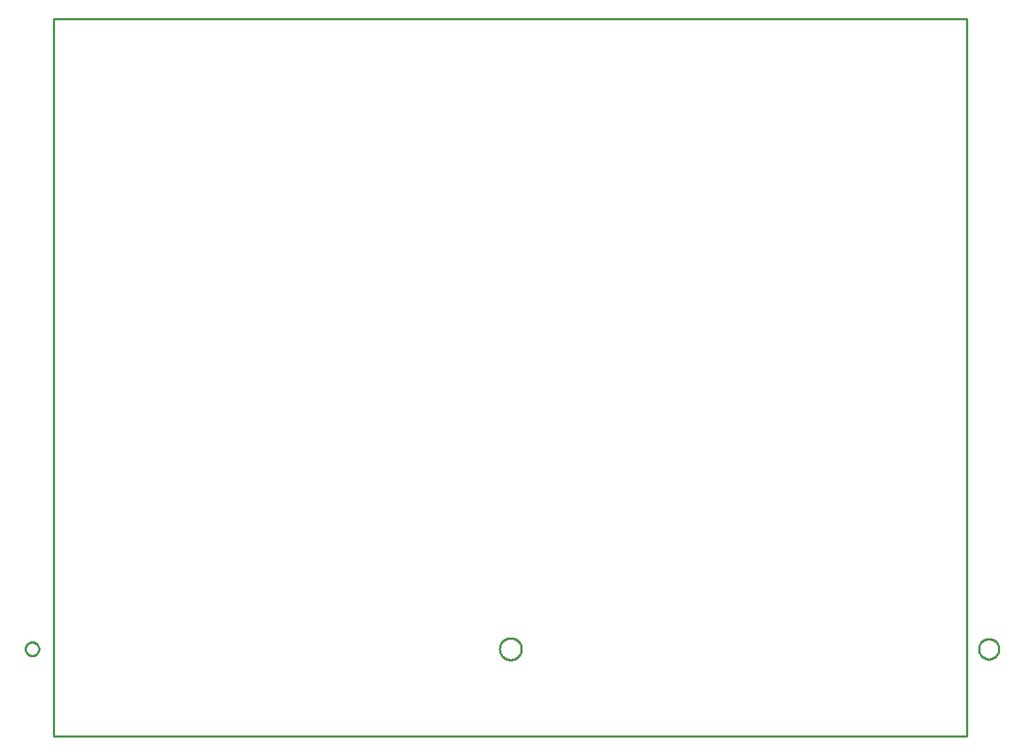
<source format=gbr>
G04 EAGLE Gerber RS-274X export*
G75*
%MOMM*%
%FSLAX34Y34*%
%LPD*%
%IN*%
%IPPOS*%
%AMOC8*
5,1,8,0,0,1.08239X$1,22.5*%
G01*
%ADD10C,0.254000*%


D10*
X0Y-76200D02*
X1066800Y-76200D01*
X1066800Y762000D01*
X0Y762000D01*
X0Y-76200D01*
X1080389Y25864D02*
X1080462Y26789D01*
X1080607Y27706D01*
X1080824Y28608D01*
X1081110Y29491D01*
X1081466Y30349D01*
X1081887Y31176D01*
X1082372Y31967D01*
X1082917Y32718D01*
X1083520Y33424D01*
X1084177Y34080D01*
X1084882Y34683D01*
X1085633Y35228D01*
X1086424Y35713D01*
X1087251Y36134D01*
X1088109Y36490D01*
X1088992Y36776D01*
X1089894Y36993D01*
X1090811Y37138D01*
X1091736Y37211D01*
X1092664Y37211D01*
X1093589Y37138D01*
X1094506Y36993D01*
X1095408Y36776D01*
X1096291Y36490D01*
X1097149Y36134D01*
X1097976Y35713D01*
X1098767Y35228D01*
X1099518Y34683D01*
X1100224Y34080D01*
X1100880Y33424D01*
X1101483Y32718D01*
X1102028Y31967D01*
X1102513Y31176D01*
X1102934Y30349D01*
X1103290Y29491D01*
X1103576Y28608D01*
X1103793Y27706D01*
X1103938Y26789D01*
X1104011Y25864D01*
X1104011Y24936D01*
X1103938Y24011D01*
X1103793Y23094D01*
X1103576Y22192D01*
X1103290Y21309D01*
X1102934Y20451D01*
X1102513Y19624D01*
X1102028Y18833D01*
X1101483Y18082D01*
X1100880Y17377D01*
X1100224Y16720D01*
X1099518Y16117D01*
X1098767Y15572D01*
X1097976Y15087D01*
X1097149Y14666D01*
X1096291Y14310D01*
X1095408Y14024D01*
X1094506Y13807D01*
X1093589Y13662D01*
X1092664Y13589D01*
X1091736Y13589D01*
X1090811Y13662D01*
X1089894Y13807D01*
X1088992Y14024D01*
X1088109Y14310D01*
X1087251Y14666D01*
X1086424Y15087D01*
X1085633Y15572D01*
X1084882Y16117D01*
X1084177Y16720D01*
X1083520Y17377D01*
X1082917Y18082D01*
X1082372Y18833D01*
X1081887Y19624D01*
X1081466Y20451D01*
X1081110Y21309D01*
X1080824Y22192D01*
X1080607Y23094D01*
X1080462Y24011D01*
X1080389Y24936D01*
X1080389Y25864D01*
X-33274Y25787D02*
X-33198Y26557D01*
X-33047Y27316D01*
X-32823Y28056D01*
X-32527Y28771D01*
X-32162Y29453D01*
X-31732Y30096D01*
X-31241Y30694D01*
X-30694Y31241D01*
X-30096Y31732D01*
X-29453Y32162D01*
X-28771Y32527D01*
X-28056Y32823D01*
X-27316Y33047D01*
X-26557Y33198D01*
X-25787Y33274D01*
X-25013Y33274D01*
X-24243Y33198D01*
X-23484Y33047D01*
X-22744Y32823D01*
X-22029Y32527D01*
X-21347Y32162D01*
X-20704Y31732D01*
X-20106Y31241D01*
X-19559Y30694D01*
X-19068Y30096D01*
X-18638Y29453D01*
X-18273Y28771D01*
X-17977Y28056D01*
X-17753Y27316D01*
X-17602Y26557D01*
X-17526Y25787D01*
X-17526Y25013D01*
X-17602Y24243D01*
X-17753Y23484D01*
X-17977Y22744D01*
X-18273Y22029D01*
X-18638Y21347D01*
X-19068Y20704D01*
X-19559Y20106D01*
X-20106Y19559D01*
X-20704Y19068D01*
X-21347Y18638D01*
X-22029Y18273D01*
X-22744Y17977D01*
X-23484Y17753D01*
X-24243Y17602D01*
X-25013Y17526D01*
X-25787Y17526D01*
X-26557Y17602D01*
X-27316Y17753D01*
X-28056Y17977D01*
X-28771Y18273D01*
X-29453Y18638D01*
X-30096Y19068D01*
X-30694Y19559D01*
X-31241Y20106D01*
X-31732Y20704D01*
X-32162Y21347D01*
X-32527Y22029D01*
X-32823Y22744D01*
X-33047Y23484D01*
X-33198Y24243D01*
X-33274Y25013D01*
X-33274Y25787D01*
X520700Y25899D02*
X520778Y26894D01*
X520934Y27880D01*
X521167Y28850D01*
X521476Y29799D01*
X521858Y30721D01*
X522311Y31610D01*
X522832Y32461D01*
X523419Y33269D01*
X524067Y34027D01*
X524773Y34733D01*
X525531Y35381D01*
X526339Y35968D01*
X527190Y36489D01*
X528079Y36942D01*
X529001Y37324D01*
X529950Y37633D01*
X530920Y37866D01*
X531906Y38022D01*
X532901Y38100D01*
X533899Y38100D01*
X534894Y38022D01*
X535880Y37866D01*
X536850Y37633D01*
X537799Y37324D01*
X538721Y36942D01*
X539610Y36489D01*
X540461Y35968D01*
X541269Y35381D01*
X542027Y34733D01*
X542733Y34027D01*
X543381Y33269D01*
X543968Y32461D01*
X544489Y31610D01*
X544942Y30721D01*
X545324Y29799D01*
X545633Y28850D01*
X545866Y27880D01*
X546022Y26894D01*
X546100Y25899D01*
X546100Y24901D01*
X546022Y23906D01*
X545866Y22920D01*
X545633Y21950D01*
X545324Y21001D01*
X544942Y20079D01*
X544489Y19190D01*
X543968Y18339D01*
X543381Y17531D01*
X542733Y16773D01*
X542027Y16067D01*
X541269Y15419D01*
X540461Y14832D01*
X539610Y14311D01*
X538721Y13858D01*
X537799Y13476D01*
X536850Y13167D01*
X535880Y12934D01*
X534894Y12778D01*
X533899Y12700D01*
X532901Y12700D01*
X531906Y12778D01*
X530920Y12934D01*
X529950Y13167D01*
X529001Y13476D01*
X528079Y13858D01*
X527190Y14311D01*
X526339Y14832D01*
X525531Y15419D01*
X524773Y16067D01*
X524067Y16773D01*
X523419Y17531D01*
X522832Y18339D01*
X522311Y19190D01*
X521858Y20079D01*
X521476Y21001D01*
X521167Y21950D01*
X520934Y22920D01*
X520778Y23906D01*
X520700Y24901D01*
X520700Y25899D01*
M02*

</source>
